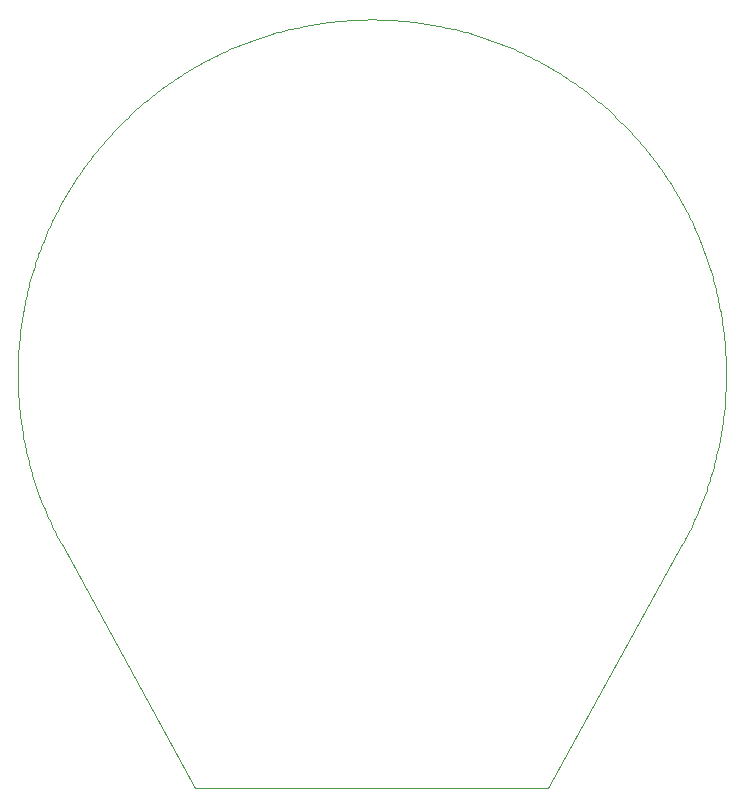
<source format=gm1>
%FSTAX23Y23*%
%MOIN*%
%SFA1B1*%

%IPPOS*%
%ADD15C,0.000390*%
%LNtampa_alinhada-1*%
%LPD*%
G54D15*
X01035Y00811D02*
X0104Y0082D01*
X01045Y00828*
X01049Y00837*
X01054Y00846*
X01058Y00855*
X01063Y00864*
X01067Y00873*
X01071Y00882*
X01075Y00891*
X01079Y009*
X01083Y00909*
X01087Y00919*
X01091Y00928*
X01095Y00937*
X01099Y00946*
X01102Y00956*
X01106Y00965*
X01109Y00974*
X01113Y00984*
X01116Y00993*
X01119Y01003*
X01122Y01012*
X01126Y01022*
X01129Y01031*
X01131Y01041*
X01134Y0105*
X01137Y0106*
X0114Y0107*
X01142Y01079*
X01145Y01089*
X01147Y01099*
X01149Y01108*
X01152Y01118*
X01154Y01128*
X01156Y01138*
X01158Y01147*
X0116Y01157*
X01162Y01167*
X01164Y01177*
X01165Y01187*
X01167Y01197*
X01168Y01207*
X0117Y01216*
X01171Y01226*
X01172Y01236*
X01173Y01246*
X01175Y01256*
X01176Y01266*
X01176Y01276*
X01177Y01286*
X01178Y01296*
X01179Y01306*
X01179Y01316*
X0118Y01326*
X0118Y01336*
X01181Y01346*
X01181Y01356*
X01181Y01366*
X01181Y01376*
X01181Y01386*
X01181Y01396*
X01181Y01406*
X0118Y01416*
X0118Y01426*
X0118Y01436*
X01179Y01446*
X01179Y01456*
X01178Y01466*
X01177Y01476*
X01176Y01486*
X01175Y01496*
X01174Y01505*
X01173Y01515*
X01172Y01525*
X01171Y01535*
X01169Y01545*
X01168Y01555*
X01166Y01565*
X01165Y01575*
X01163Y01585*
X01161Y01594*
X01159Y01604*
X01158Y01614*
X01155Y01624*
X01153Y01634*
X01151Y01643*
X01149Y01653*
X01147Y01663*
X01144Y01673*
X01142Y01682*
X01139Y01692*
X01136Y01701*
X01134Y01711*
X01131Y01721*
X01128Y0173*
X01125Y0174*
X01122Y01749*
X01118Y01759*
X01115Y01768*
X01112Y01778*
X01109Y01787*
X01105Y01796*
X01101Y01806*
X01098Y01815*
X01094Y01824*
X0109Y01834*
X01086Y01843*
X01082Y01852*
X01078Y01861*
X01074Y0187*
X0107Y01879*
X01066Y01888*
X01061Y01897*
X01057Y01906*
X01053Y01915*
X01048Y01924*
X01043Y01933*
X01039Y01942*
X01034Y0195*
X01029Y01959*
X01024Y01968*
X01019Y01977*
X01014Y01985*
X01009Y01994*
X01004Y02002*
X00998Y02011*
X00993Y02019*
X00987Y02027*
X00982Y02036*
X00976Y02044*
X00971Y02052*
X00965Y02061*
X00959Y02069*
X00953Y02077*
X00947Y02085*
X00941Y02093*
X00935Y02101*
X00929Y02109*
X00923Y02116*
X00917Y02124*
X0091Y02132*
X00904Y0214*
X00897Y02147*
X00891Y02155*
X00884Y02162*
X00878Y0217*
X00871Y02177*
X00864Y02185*
X00857Y02192*
X0085Y02199*
X00843Y02206*
X00836Y02213*
X00829Y0222*
X00822Y02227*
X00815Y02234*
X00808Y02241*
X008Y02248*
X00793Y02255*
X00786Y02261*
X00778Y02268*
X00771Y02275*
X00763Y02281*
X00755Y02287*
X00748Y02294*
X0074Y023*
X00732Y02306*
X00724Y02313*
X00716Y02319*
X00708Y02325*
X007Y02331*
X00692Y02337*
X00684Y02342*
X00676Y02348*
X00668Y02354*
X00659Y02359*
X00651Y02365*
X00643Y0237*
X00634Y02376*
X00626Y02381*
X00617Y02386*
X00609Y02392*
X006Y02397*
X00592Y02402*
X00583Y02407*
X00574Y02412*
X00565Y02416*
X00557Y02421*
X00548Y02426*
X00539Y0243*
X0053Y02435*
X00521Y02439*
X00512Y02444*
X00503Y02448*
X00494Y02452*
X00485Y02456*
X00476Y02461*
X00467Y02465*
X00457Y02468*
X00448Y02472*
X00439Y02476*
X0043Y0248*
X0042Y02483*
X00411Y02487*
X00402Y0249*
X00392Y02494*
X00383Y02497*
X00373Y025*
X00364Y02503*
X00354Y02506*
X00345Y02509*
X00335Y02512*
X00326Y02515*
X00316Y02518*
X00306Y0252*
X00297Y02523*
X00287Y02525*
X00277Y02528*
X00267Y0253*
X00258Y02532*
X00248Y02534*
X00238Y02536*
X00228Y02538*
X00219Y0254*
X00209Y02542*
X00199Y02544*
X00189Y02545*
X00179Y02547*
X00169Y02548*
X00159Y0255*
X00149Y02551*
X0014Y02552*
X0013Y02553*
X0012Y02555*
X0011Y02555*
X001Y02556*
X0009Y02557*
X0008Y02558*
X0007Y02559*
X0006Y02559*
X0005Y0256*
X0004Y0256*
X0003Y0256*
X0002Y0256*
X0001Y02561*
X0Y02561*
X-00009Y02561*
X-00019Y0256*
X-00029Y0256*
X-00039Y0256*
X-00049Y0256*
X-00059Y02559*
X-00069Y02559*
X-00079Y02558*
X-00089Y02557*
X-00099Y02556*
X-00109Y02555*
X-00119Y02555*
X-00129Y02553*
X-00139Y02552*
X-00149Y02551*
X-00158Y0255*
X-00168Y02548*
X-00178Y02547*
X-00188Y02545*
X-00198Y02544*
X-00208Y02542*
X-00218Y0254*
X-00227Y02538*
X-00237Y02536*
X-00247Y02534*
X-00257Y02532*
X-00267Y0253*
X-00276Y02528*
X-00286Y02525*
X-00296Y02523*
X-00305Y0252*
X-00315Y02518*
X-00325Y02515*
X-00334Y02512*
X-00344Y02509*
X-00353Y02506*
X-00363Y02503*
X-00372Y025*
X-00382Y02497*
X-00391Y02494*
X-00401Y0249*
X-0041Y02487*
X-00419Y02483*
X-00429Y0248*
X-00438Y02476*
X-00447Y02472*
X-00457Y02468*
X-00466Y02465*
X-00475Y02461*
X-00484Y02456*
X-00493Y02452*
X-00502Y02448*
X-00511Y02444*
X-0052Y02439*
X-00529Y02435*
X-00538Y0243*
X-00547Y02426*
X-00556Y02421*
X-00565Y02416*
X-00573Y02412*
X-00582Y02407*
X-00591Y02402*
X-00599Y02397*
X-00608Y02392*
X-00616Y02386*
X-00625Y02381*
X-00633Y02376*
X-00642Y0237*
X-0065Y02365*
X-00658Y02359*
X-00667Y02354*
X-00675Y02348*
X-00683Y02342*
X-00691Y02337*
X-00699Y02331*
X-00707Y02325*
X-00715Y02319*
X-00723Y02313*
X-00731Y02306*
X-00739Y023*
X-00747Y02294*
X-00754Y02288*
X-00762Y02281*
X-0077Y02275*
X-00777Y02268*
X-00785Y02261*
X-00792Y02255*
X-008Y02248*
X-00807Y02241*
X-00814Y02234*
X-00821Y02227*
X-00828Y0222*
X-00836Y02213*
X-00843Y02206*
X-0085Y02199*
X-00856Y02192*
X-00863Y02185*
X-0087Y02177*
X-00877Y0217*
X-00883Y02162*
X-0089Y02155*
X-00897Y02147*
X-00903Y0214*
X-00909Y02132*
X-00916Y02124*
X-00922Y02117*
X-00928Y02109*
X-00934Y02101*
X-0094Y02093*
X-00946Y02085*
X-00952Y02077*
X-00958Y02069*
X-00964Y02061*
X-0097Y02052*
X-00975Y02044*
X-00981Y02036*
X-00987Y02028*
X-00992Y02019*
X-00997Y02011*
X-01003Y02002*
X-01008Y01994*
X-01013Y01985*
X-01018Y01977*
X-01023Y01968*
X-01028Y01959*
X-01033Y01951*
X-01038Y01942*
X-01042Y01933*
X-01047Y01924*
X-01052Y01915*
X-01056Y01906*
X-01061Y01897*
X-01065Y01888*
X-01069Y01879*
X-01073Y0187*
X-01078Y01861*
X-01082Y01852*
X-01086Y01843*
X-01089Y01834*
X-01093Y01824*
X-01097Y01815*
X-01101Y01806*
X-01104Y01796*
X-01108Y01787*
X-01111Y01778*
X-01114Y01768*
X-01118Y01759*
X-01121Y01749*
X-01124Y0174*
X-01127Y0173*
X-0113Y01721*
X-01133Y01711*
X-01135Y01702*
X-01138Y01692*
X-01141Y01682*
X-01143Y01673*
X-01146Y01663*
X-01148Y01653*
X-0115Y01643*
X-01153Y01634*
X-01155Y01624*
X-01157Y01614*
X-01159Y01604*
X-0116Y01594*
X-01162Y01585*
X-01164Y01575*
X-01166Y01565*
X-01167Y01555*
X-01169Y01545*
X-0117Y01535*
X-01171Y01525*
X-01172Y01515*
X-01173Y01506*
X-01174Y01496*
X-01175Y01486*
X-01176Y01476*
X-01177Y01466*
X-01178Y01456*
X-01178Y01446*
X-01179Y01436*
X-01179Y01426*
X-0118Y01416*
X-0118Y01406*
X-0118Y01396*
X-0118Y01386*
X-0118Y01376*
X-0118Y01366*
X-0118Y01356*
X-0118Y01346*
X-01179Y01336*
X-01179Y01326*
X-01178Y01316*
X-01178Y01306*
X-01177Y01296*
X-01176Y01286*
X-01176Y01276*
X-01175Y01266*
X-01174Y01256*
X-01173Y01246*
X-01171Y01236*
X-0117Y01226*
X-01169Y01216*
X-01167Y01207*
X-01166Y01197*
X-01164Y01187*
X-01163Y01177*
X-01161Y01167*
X-01159Y01157*
X-01157Y01147*
X-01155Y01138*
X-01153Y01128*
X-01151Y01118*
X-01149Y01108*
X-01146Y01099*
X-01144Y01089*
X-01141Y01079*
X-01139Y0107*
X-01136Y0106*
X-01133Y0105*
X-01131Y01041*
X-01128Y01031*
X-01125Y01022*
X-01122Y01012*
X-01118Y01003*
X-01115Y00993*
X-01112Y00984*
X-01109Y00974*
X-01105Y00965*
X-01102Y00956*
X-01098Y00946*
X-01094Y00937*
X-0109Y00928*
X-01087Y00919*
X-01083Y00909*
X-01079Y009*
X-01074Y00891*
X-0107Y00882*
X-01066Y00873*
X-01062Y00864*
X-01057Y00855*
X-01053Y00846*
X-01048Y00837*
X-01044Y00828*
X-01039Y0082*
X-01034Y00811*
X00589Y0D02*
X01035Y00811D01*
X-00589Y0D02*
X00589D01*
X-01034Y00811D02*
X-00589Y0D01*
M02*
</source>
